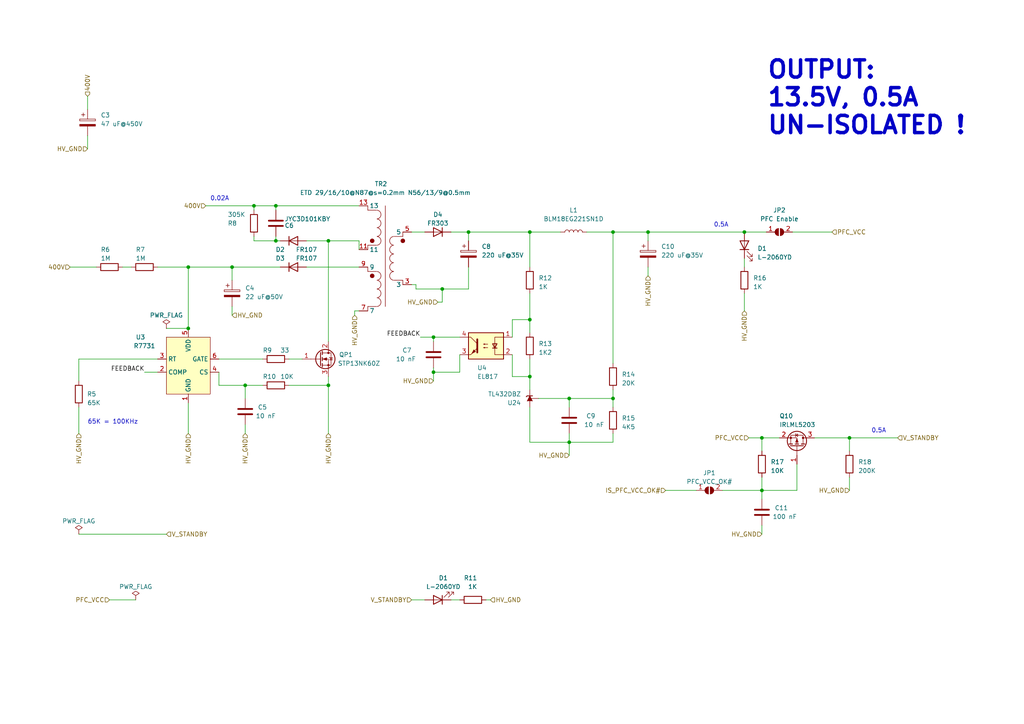
<source format=kicad_sch>
(kicad_sch (version 20230121) (generator eeschema)
  (paper "A4")
  (lib_symbols
    (symbol "Device:C" (pin_numbers hide) (pin_names (offset 0.254))
      (property "Reference" "C" (at 0.635 2.54 0))
      (property "Value" "C" (at 0.635 -2.54 0))
      (symbol "C_0_1"
        (polyline (pts (xy -2.032 -0.762) (xy 2.032 -0.762)) (stroke (width 0.508)))
        (polyline (pts (xy -2.032 0.762) (xy 2.032 0.762)) (stroke (width 0.508)))
      )
      (symbol "C_1_1"
        (pin passive line (at 0 3.81 270) (length 2.794) (name "~") (number "1"))
        (pin passive line (at 0 -3.81 90) (length 2.794) (name "~") (number "2"))
      )
    )
    (symbol "Device:C_Polarized" (pin_numbers hide) (pin_names (offset 0.254))
      (property "Reference" "C" (at 0.635 2.54 0))
      (property "Value" "C_Polarized" (at 0.635 -2.54 0))
      (symbol "C_Polarized_0_1"
        (rectangle (start -2.286 0.508) (end 2.286 1.016))
        (polyline (pts (xy -1.778 2.286) (xy -0.762 2.286)))
        (polyline (pts (xy -1.27 2.794) (xy -1.27 1.778)))
        (rectangle (start 2.286 -0.508) (end -2.286 -1.016) (fill (type outline)))
      )
      (symbol "C_Polarized_1_1"
        (pin passive line (at 0 3.81 270) (length 2.794) (name "~") (number "1"))
        (pin passive line (at 0 -3.81 90) (length 2.794) (name "~") (number "2"))
      )
    )
    (symbol "Device:D" (pin_numbers hide) (pin_names (offset 1.016) hide)
      (property "Reference" "D" (at 0 2.54 0))
      (property "Value" "D" (at 0 -2.54 0))
      (symbol "D_0_1"
        (polyline (pts (xy -1.27 1.27) (xy -1.27 -1.27)) (stroke (width 0.254)))
        (polyline (pts (xy 1.27 0) (xy -1.27 0)))
        (polyline (pts (xy 1.27 1.27) (xy 1.27 -1.27) (xy -1.27 0) (xy 1.27 1.27)) (stroke (width 0.254)))
      )
      (symbol "D_1_1"
        (pin passive line (at -3.81 0 0) (length 2.54) (name "K") (number "1"))
        (pin passive line (at 3.81 0 180) (length 2.54) (name "A") (number "2"))
      )
    )
    (symbol "Device:L" (pin_numbers hide) (pin_names (offset 1.016) hide)
      (property "Reference" "L" (at -1.27 0 90))
      (property "Value" "L" (at 1.905 0 90))
      (symbol "L_0_1"
        (arc (start 0 -2.54) (mid 0.6323 -1.905) (end 0 -1.27))
        (arc (start 0 -1.27) (mid 0.6323 -0.635) (end 0 0))
        (arc (start 0 0) (mid 0.6323 0.635) (end 0 1.27))
        (arc (start 0 1.27) (mid 0.6323 1.905) (end 0 2.54))
      )
      (symbol "L_1_1"
        (pin passive line (at 0 3.81 270) (length 1.27) (name "1") (number "1"))
        (pin passive line (at 0 -3.81 90) (length 1.27) (name "2") (number "2"))
      )
    )
    (symbol "Device:LED" (pin_numbers hide) (pin_names (offset 1.016) hide)
      (property "Reference" "D" (at 0 2.54 0))
      (property "Value" "LED" (at 0 -2.54 0))
      (symbol "LED_0_1"
        (polyline (pts (xy -1.27 -1.27) (xy -1.27 1.27)) (stroke (width 0.254)))
        (polyline (pts (xy -1.27 0) (xy 1.27 0)))
        (polyline (pts (xy 1.27 -1.27) (xy 1.27 1.27) (xy -1.27 0) (xy 1.27 -1.27)) (stroke (width 0.254)))
        (polyline (pts (xy -3.048 -0.762) (xy -4.572 -2.286) (xy -3.81 -2.286) (xy -4.572 -2.286) (xy -4.572 -1.524)))
        (polyline (pts (xy -1.778 -0.762) (xy -3.302 -2.286) (xy -2.54 -2.286) (xy -3.302 -2.286) (xy -3.302 -1.524)))
      )
      (symbol "LED_1_1"
        (pin passive line (at -3.81 0 0) (length 2.54) (name "K") (number "1"))
        (pin passive line (at 3.81 0 180) (length 2.54) (name "A") (number "2"))
      )
    )
    (symbol "Device:Q_NMOS_GDS" (pin_names (offset 0) hide)
      (property "Reference" "Q" (at 5.08 1.27 0))
      (property "Value" "Q_NMOS_GDS" (at 5.08 -1.27 0))
      (symbol "Q_NMOS_GDS_0_1"
        (polyline (pts (xy 0.254 0) (xy -2.54 0)))
        (polyline (pts (xy 0.254 1.905) (xy 0.254 -1.905)) (stroke (width 0.254)))
        (polyline (pts (xy 0.762 -1.27) (xy 0.762 -2.286)) (stroke (width 0.254)))
        (polyline (pts (xy 0.762 0.508) (xy 0.762 -0.508)) (stroke (width 0.254)))
        (polyline (pts (xy 0.762 2.286) (xy 0.762 1.27)) (stroke (width 0.254)))
        (polyline (pts (xy 2.54 2.54) (xy 2.54 1.778)))
        (polyline (pts (xy 2.54 -2.54) (xy 2.54 0) (xy 0.762 0)))
        (polyline (pts (xy 0.762 -1.778) (xy 3.302 -1.778) (xy 3.302 1.778) (xy 0.762 1.778)))
        (polyline (pts (xy 1.016 0) (xy 2.032 0.381) (xy 2.032 -0.381) (xy 1.016 0)) (fill (type outline)))
        (polyline (pts (xy 2.794 0.508) (xy 2.921 0.381) (xy 3.683 0.381) (xy 3.81 0.254)))
        (polyline (pts (xy 3.302 0.381) (xy 2.921 -0.254) (xy 3.683 -0.254) (xy 3.302 0.381)))
        (circle (center 1.651 0) (radius 2.794) (stroke (width 0.254)))
        (circle (center 2.54 -1.778) (radius 0.254) (fill (type outline)))
        (circle (center 2.54 1.778) (radius 0.254) (fill (type outline)))
      )
      (symbol "Q_NMOS_GDS_1_1"
        (pin input line (at -5.08 0 0) (length 2.54) (name "G") (number "1"))
        (pin passive line (at 2.54 5.08 270) (length 2.54) (name "D") (number "2"))
        (pin passive line (at 2.54 -5.08 90) (length 2.54) (name "S") (number "3"))
      )
    )
    (symbol "Device:R" (pin_numbers hide) (pin_names (offset 0))
      (property "Reference" "R" (at 2.032 0 90))
      (property "Value" "R" (at 0 0 90))
      (symbol "R_0_1"
        (rectangle (start -1.016 -2.54) (end 1.016 2.54) (stroke (width 0.254)))
      )
      (symbol "R_1_1"
        (pin passive line (at 0 3.81 270) (length 1.27) (name "~") (number "1"))
        (pin passive line (at 0 -3.81 90) (length 1.27) (name "~") (number "2"))
      )
    )
    (symbol "Isolator:EL817" (pin_names (offset 1.016))
      (property "Reference" "U" (at -5.08 5.08 0))
      (property "Value" "EL817" (at 0 5.08 0))
      (symbol "EL817_0_1"
        (rectangle (start -5.08 3.81) (end 5.08 -3.81) (stroke (width 0.254)) (fill (type background)))
        (polyline (pts (xy -3.175 -0.635) (xy -1.905 -0.635)) (stroke (width 0.254)))
        (polyline (pts (xy 2.54 0.635) (xy 4.445 2.54)))
        (polyline (pts (xy 4.445 -2.54) (xy 2.54 -0.635)) (fill (type outline)))
        (polyline (pts (xy 4.445 -2.54) (xy 5.08 -2.54)))
        (polyline (pts (xy 4.445 2.54) (xy 5.08 2.54)))
        (polyline (pts (xy -5.08 2.54) (xy -2.54 2.54) (xy -2.54 -0.635)))
        (polyline (pts (xy -2.54 -0.635) (xy -2.54 -2.54) (xy -5.08 -2.54)))
        (polyline (pts (xy 2.54 1.905) (xy 2.54 -1.905) (xy 2.54 -1.905)) (stroke (width 0.508)))
        (polyline (pts (xy -2.54 -0.635) (xy -3.175 0.635) (xy -1.905 0.635) (xy -2.54 -0.635)) (stroke (width 0.254)))
        (polyline (pts (xy -0.508 -0.508) (xy 0.762 -0.508) (xy 0.381 -0.635) (xy 0.381 -0.381) (xy 0.762 -0.508)))
        (polyline (pts (xy -0.508 0.508) (xy 0.762 0.508) (xy 0.381 0.381) (xy 0.381 0.635) (xy 0.762 0.508)))
        (polyline (pts (xy 3.048 -1.651) (xy 3.556 -1.143) (xy 4.064 -2.159) (xy 3.048 -1.651) (xy 3.048 -1.651)) (fill (type outline)))
      )
      (symbol "EL817_1_1"
        (pin passive line (at -7.62 2.54 0) (length 2.54) (name "~") (number "1"))
        (pin passive line (at -7.62 -2.54 0) (length 2.54) (name "~") (number "2"))
        (pin passive line (at 7.62 -2.54 180) (length 2.54) (name "~") (number "3"))
        (pin passive line (at 7.62 2.54 180) (length 2.54) (name "~") (number "4"))
      )
    )
    (symbol "Jumper:SolderJumper_2_Open" (pin_names (offset 0) hide)
      (property "Reference" "JP" (at 0 2.032 0))
      (property "Value" "SolderJumper_2_Open" (at 0 -2.54 0))
      (symbol "SolderJumper_2_Open_0_1"
        (arc (start -0.254 1.016) (mid -1.2656 0) (end -0.254 -1.016))
        (arc (start -0.254 1.016) (mid -1.2656 0) (end -0.254 -1.016) (fill (type outline)))
        (polyline (pts (xy -0.254 1.016) (xy -0.254 -1.016)))
        (polyline (pts (xy 0.254 1.016) (xy 0.254 -1.016)))
        (arc (start 0.254 -1.016) (mid 1.2656 0) (end 0.254 1.016))
        (arc (start 0.254 -1.016) (mid 1.2656 0) (end 0.254 1.016) (fill (type outline)))
      )
      (symbol "SolderJumper_2_Open_1_1"
        (pin passive line (at -3.81 0 0) (length 2.54) (name "A") (number "1"))
        (pin passive line (at 3.81 0 180) (length 2.54) (name "B") (number "2"))
      )
    )
    (symbol "My_Library:R7731"
      (property "Reference" "U" (at 0 0 0))
      (symbol "R7731_1_1"
        (rectangle (start -6.35 6.35) (end 6.35 -10.16) (fill (type background)))
        (pin power_in line (at 0 -12.7 90) (length 2.54) (name "GND") (number "1"))
        (pin bidirectional line (at -8.89 -3.81 0) (length 2.54) (name "COMP") (number "2"))
        (pin bidirectional line (at -8.89 0 0) (length 2.54) (name "RT") (number "3"))
        (pin bidirectional line (at 8.89 -3.81 180) (length 2.54) (name "CS") (number "4"))
        (pin power_in line (at 0 8.89 270) (length 2.54) (name "VDD") (number "5"))
        (pin output line (at 8.89 0 180) (length 2.54) (name "GATE") (number "6"))
      )
    )
    (symbol "My_Library:TR_3x1-7+7"
      (property "Reference" "TR" (at 10.16 -13.716 0))
      (symbol "TR_3x1-7+7_0_1"
        (arc (start -2.3795 -13.97) (mid -1.2599 -12.7) (end -2.3795 -11.43))
        (arc (start -2.3795 -11.43) (mid -1.2599 -10.16) (end -2.3795 -8.89))
        (arc (start -2.3795 -8.89) (mid -1.2599 -7.62) (end -2.3795 -6.35))
        (arc (start -2.3795 -6.35) (mid -1.2599 -5.08) (end -2.3795 -3.81))
        (arc (start -2.3795 3.81) (mid -1.2599 5.08) (end -2.3795 6.35))
        (arc (start -2.3795 6.35) (mid -1.2599 7.62) (end -2.3795 8.89))
        (arc (start -2.3795 8.89) (mid -1.2599 10.16) (end -2.3795 11.43))
        (arc (start -2.3795 11.43) (mid -1.2599 12.7) (end -2.3795 13.97))
        (polyline (pts (xy -5.08 -15.24) (xy -5.08 -13.97)))
        (polyline (pts (xy -5.08 -13.97) (xy -2.54 -13.97)))
        (polyline (pts (xy -5.08 -3.81) (xy -5.08 -2.54)))
        (polyline (pts (xy -5.08 -3.81) (xy -2.54 -3.81)))
        (polyline (pts (xy -5.08 2.54) (xy -5.08 3.81)))
        (polyline (pts (xy -5.08 3.81) (xy -2.54 3.81)))
        (polyline (pts (xy -5.08 13.97) (xy -5.08 15.24)))
        (polyline (pts (xy -5.08 13.97) (xy -2.54 13.97)))
        (polyline (pts (xy 0 15.24) (xy 0 -13.97)))
        (polyline (pts (xy 5.08 -7.62) (xy 5.08 -6.35)))
        (polyline (pts (xy 5.08 -6.35) (xy 2.54 -6.35)))
        (polyline (pts (xy 5.08 6.35) (xy 2.54 6.35)))
        (polyline (pts (xy 5.08 6.35) (xy 5.08 7.62)))
        (arc (start 2.3795 -3.81) (mid 1.2599 -5.08) (end 2.3795 -6.35))
        (arc (start 2.3795 -1.27) (mid 1.2599 -2.54) (end 2.3795 -3.81))
        (arc (start 2.3795 1.27) (mid 1.2599 0) (end 2.3795 -1.27))
        (arc (start 2.3795 3.81) (mid 1.2599 2.54) (end 2.3795 1.27))
        (arc (start 2.3795 6.35) (mid 1.2599 5.08) (end 2.3795 3.81))
      )
      (symbol "TR_3x1-7+7_1_1"
        (circle (center -3.81 -5.08) (radius 0.568) (fill (type outline)))
        (circle (center -3.81 5.08) (radius 0.568) (fill (type outline)))
        (circle (center 5.08 5.08) (radius 0.568) (fill (type outline)))
        (pin bidirectional line (at -7.62 2.54 0) (length 2.54) (name "11") (number "11"))
        (pin bidirectional line (at -7.62 15.24 0) (length 2.54) (name "13") (number "13"))
        (pin bidirectional line (at 7.62 -7.62 180) (length 2.54) (name "3") (number "3"))
        (pin bidirectional line (at 7.62 7.62 180) (length 2.54) (name "5") (number "5"))
        (pin bidirectional line (at -7.62 -15.24 0) (length 2.54) (name "7") (number "7"))
        (pin bidirectional line (at -7.62 -2.54 0) (length 2.54) (name "9") (number "9"))
      )
    )
    (symbol "Reference_Voltage:TL432DBZ" (pin_numbers hide) (pin_names hide)
      (property "Reference" "U" (at -2.54 2.54 0))
      (property "Value" "TL432DBZ" (at 0 -2.54 0))
      (symbol "TL432DBZ_0_1"
        (polyline (pts (xy -1.27 0) (xy 0 0) (xy 1.27 0)))
        (polyline (pts (xy -0.762 0.762) (xy 0.762 0) (xy -0.762 -0.762)) (fill (type outline)))
        (polyline (pts (xy 0.508 -1.016) (xy 0.762 -0.762) (xy 0.762 0.762) (xy 0.762 0.762)) (stroke (width 0.254)))
      )
      (symbol "TL432DBZ_1_1"
        (pin passive line (at 0 2.54 270) (length 2.54) (name "REF") (number "1"))
        (pin passive line (at 2.54 0 180) (length 1.27) (name "K") (number "2"))
        (pin passive line (at -2.54 0 0) (length 1.27) (name "A") (number "3"))
      )
    )
    (symbol "Transistor_FET:IRLML5203" (pin_names hide)
      (property "Reference" "Q" (at 5.08 1.905 0))
      (property "Value" "IRLML5203" (at 5.08 0 0))
      (symbol "IRLML5203_0_1"
        (polyline (pts (xy 0.254 0) (xy -2.54 0)))
        (polyline (pts (xy 0.254 1.905) (xy 0.254 -1.905)) (stroke (width 0.254)))
        (polyline (pts (xy 0.762 -1.27) (xy 0.762 -2.286)) (stroke (width 0.254)))
        (polyline (pts (xy 0.762 0.508) (xy 0.762 -0.508)) (stroke (width 0.254)))
        (polyline (pts (xy 0.762 2.286) (xy 0.762 1.27)) (stroke (width 0.254)))
        (polyline (pts (xy 2.54 2.54) (xy 2.54 1.778)))
        (polyline (pts (xy 2.54 -2.54) (xy 2.54 0) (xy 0.762 0)))
        (polyline (pts (xy 0.762 1.778) (xy 3.302 1.778) (xy 3.302 -1.778) (xy 0.762 -1.778)))
        (polyline (pts (xy 2.286 0) (xy 1.27 0.381) (xy 1.27 -0.381) (xy 2.286 0)) (fill (type outline)))
        (polyline (pts (xy 2.794 -0.508) (xy 2.921 -0.381) (xy 3.683 -0.381) (xy 3.81 -0.254)))
        (polyline (pts (xy 3.302 -0.381) (xy 2.921 0.254) (xy 3.683 0.254) (xy 3.302 -0.381)))
        (circle (center 1.651 0) (radius 2.794) (stroke (width 0.254)))
        (circle (center 2.54 -1.778) (radius 0.254) (fill (type outline)))
        (circle (center 2.54 1.778) (radius 0.254) (fill (type outline)))
      )
      (symbol "IRLML5203_1_1"
        (pin input line (at -5.08 0 0) (length 2.54) (name "G") (number "1"))
        (pin passive line (at 2.54 -5.08 90) (length 2.54) (name "S") (number "2"))
        (pin passive line (at 2.54 5.08 270) (length 2.54) (name "D") (number "3"))
      )
    )
    (symbol "power:PWR_FLAG" (power) (pin_numbers hide) (pin_names (offset 0) hide)
      (property "Value" "PWR_FLAG" (at 0 3.81 0))
      (symbol "PWR_FLAG_0_0"
        (pin power_out line (at 0 0 90) (length 0) (name "pwr") (number "1"))
      )
      (symbol "PWR_FLAG_0_1"
        (polyline (pts (xy 0 0) (xy 0 1.27) (xy -1.016 1.905) (xy 0 2.54) (xy 1.016 1.905) (xy 0 1.27)))
      )
    )
  )
  (junction (at 125.73 97.79))
  (junction (at 71.12 111.76))
  (junction (at 67.31 77.47))
  (junction (at 95.25 111.76))
  (junction (at 220.98 127))
  (junction (at 153.67 109.22))
  (junction (at 153.67 92.71))
  (junction (at 54.61 95.25))
  (junction (at 95.25 69.85))
  (junction (at 125.73 107.95))
  (junction (at 246.38 127))
  (junction (at 177.8 67.31))
  (junction (at 128.27 83.82))
  (junction (at 80.01 69.85))
  (junction (at 215.9 67.31))
  (junction (at 165.1 128.27))
  (junction (at 187.96 67.31))
  (junction (at 220.98 142.24))
  (junction (at 165.1 115.57))
  (junction (at 177.8 115.57))
  (junction (at 80.01 59.69))
  (junction (at 73.66 59.69))
  (junction (at 54.61 77.47))
  (junction (at 153.67 67.31))
  (junction (at 135.89 67.31))
  (wire (pts (xy 231.14 142.24) (xy 231.14 134.62)))
  (wire (pts (xy 63.5 111.76) (xy 71.12 111.76)))
  (wire (pts (xy 165.1 115.57) (xy 165.1 118.11)))
  (wire (pts (xy 80.01 68.58) (xy 80.01 69.85)))
  (wire (pts (xy 246.38 127) (xy 260.35 127)))
  (wire (pts (xy 125.73 107.95) (xy 133.35 107.95)))
  (wire (pts (xy 177.8 128.27) (xy 177.8 125.73)))
  (wire (pts (xy 220.98 152.4) (xy 220.98 154.94)))
  (wire (pts (xy 104.14 69.85) (xy 95.25 69.85)))
  (wire (pts (xy 71.12 111.76) (xy 71.12 115.57)))
  (wire (pts (xy 95.25 109.22) (xy 95.25 111.76)))
  (wire (pts (xy 22.86 118.11) (xy 22.86 125.73)))
  (wire (pts (xy 80.01 69.85) (xy 73.66 69.85)))
  (wire (pts (xy 102.87 90.17) (xy 104.14 90.17)))
  (wire (pts (xy 236.22 127) (xy 246.38 127)))
  (wire (pts (xy 125.73 99.06) (xy 125.73 97.79)))
  (wire (pts (xy 156.21 115.57) (xy 165.1 115.57)))
  (wire (pts (xy 119.38 67.31) (xy 123.19 67.31)))
  (wire (pts (xy 177.8 115.57) (xy 177.8 118.11)))
  (wire (pts (xy 119.38 82.55) (xy 120.65 82.55)))
  (wire (pts (xy 63.5 107.95) (xy 63.5 111.76)))
  (wire (pts (xy 153.67 109.22) (xy 153.67 113.03)))
  (wire (pts (xy 102.87 90.17) (xy 102.87 91.44)))
  (wire (pts (xy 25.4 39.37) (xy 25.4 43.18)))
  (wire (pts (xy 128.27 87.63) (xy 128.27 83.82)))
  (wire (pts (xy 54.61 116.84) (xy 54.61 125.73)))
  (wire (pts (xy 73.66 59.69) (xy 80.01 59.69)))
  (wire (pts (xy 148.59 92.71) (xy 153.67 92.71)))
  (wire (pts (xy 153.67 85.09) (xy 153.67 92.71)))
  (wire (pts (xy 22.86 154.94) (xy 48.26 154.94)))
  (wire (pts (xy 71.12 111.76) (xy 76.2 111.76)))
  (wire (pts (xy 81.28 69.85) (xy 80.01 69.85)))
  (wire (pts (xy 246.38 138.43) (xy 246.38 142.24)))
  (wire (pts (xy 67.31 77.47) (xy 67.31 81.28)))
  (wire (pts (xy 148.59 92.71) (xy 148.59 97.79)))
  (wire (pts (xy 83.82 104.14) (xy 87.63 104.14)))
  (wire (pts (xy 104.14 72.39) (xy 104.14 69.85)))
  (wire (pts (xy 22.86 110.49) (xy 22.86 104.14)))
  (wire (pts (xy 120.65 82.55) (xy 120.65 83.82)))
  (wire (pts (xy 215.9 85.09) (xy 215.9 90.17)))
  (wire (pts (xy 83.82 111.76) (xy 95.25 111.76)))
  (wire (pts (xy 67.31 77.47) (xy 81.28 77.47)))
  (wire (pts (xy 187.96 77.47) (xy 187.96 80.01)))
  (wire (pts (xy 127 87.63) (xy 128.27 87.63)))
  (wire (pts (xy 153.67 128.27) (xy 165.1 128.27)))
  (wire (pts (xy 54.61 77.47) (xy 54.61 95.25)))
  (wire (pts (xy 80.01 60.96) (xy 80.01 59.69)))
  (wire (pts (xy 177.8 67.31) (xy 187.96 67.31)))
  (wire (pts (xy 140.97 173.99) (xy 142.24 173.99)))
  (wire (pts (xy 153.67 67.31) (xy 153.67 77.47)))
  (wire (pts (xy 220.98 127) (xy 220.98 130.81)))
  (wire (pts (xy 187.96 67.31) (xy 215.9 67.31)))
  (wire (pts (xy 135.89 67.31) (xy 135.89 69.85)))
  (wire (pts (xy 215.9 74.93) (xy 215.9 77.47)))
  (wire (pts (xy 220.98 142.24) (xy 231.14 142.24)))
  (wire (pts (xy 229.87 67.31) (xy 241.3 67.31)))
  (wire (pts (xy 135.89 77.47) (xy 135.89 83.82)))
  (wire (pts (xy 45.72 77.47) (xy 54.61 77.47)))
  (wire (pts (xy 177.8 113.03) (xy 177.8 115.57)))
  (wire (pts (xy 35.56 77.47) (xy 38.1 77.47)))
  (wire (pts (xy 177.8 67.31) (xy 177.8 105.41)))
  (wire (pts (xy 119.38 173.99) (xy 123.19 173.99)))
  (wire (pts (xy 187.96 69.85) (xy 187.96 67.31)))
  (wire (pts (xy 41.91 107.95) (xy 45.72 107.95)))
  (wire (pts (xy 246.38 127) (xy 246.38 130.81)))
  (wire (pts (xy 71.12 123.19) (xy 71.12 125.73)))
  (wire (pts (xy 128.27 83.82) (xy 135.89 83.82)))
  (wire (pts (xy 153.67 92.71) (xy 153.67 96.52)))
  (wire (pts (xy 25.4 27.94) (xy 25.4 31.75)))
  (wire (pts (xy 153.67 104.14) (xy 153.67 109.22)))
  (wire (pts (xy 220.98 142.24) (xy 220.98 144.78)))
  (wire (pts (xy 165.1 115.57) (xy 177.8 115.57)))
  (wire (pts (xy 31.75 173.99) (xy 39.37 173.99)))
  (wire (pts (xy 153.67 128.27) (xy 153.67 118.11)))
  (wire (pts (xy 193.04 142.24) (xy 201.93 142.24)))
  (wire (pts (xy 59.69 59.69) (xy 73.66 59.69)))
  (wire (pts (xy 130.81 67.31) (xy 135.89 67.31)))
  (wire (pts (xy 88.9 77.47) (xy 104.14 77.47)))
  (wire (pts (xy 165.1 128.27) (xy 177.8 128.27)))
  (wire (pts (xy 215.9 67.31) (xy 222.25 67.31)))
  (wire (pts (xy 67.31 88.9) (xy 67.31 91.44)))
  (wire (pts (xy 120.65 83.82) (xy 128.27 83.82)))
  (wire (pts (xy 22.86 104.14) (xy 45.72 104.14)))
  (wire (pts (xy 73.66 69.85) (xy 73.66 68.58)))
  (wire (pts (xy 135.89 67.31) (xy 153.67 67.31)))
  (wire (pts (xy 88.9 69.85) (xy 95.25 69.85)))
  (wire (pts (xy 130.81 173.99) (xy 133.35 173.99)))
  (wire (pts (xy 125.73 97.79) (xy 133.35 97.79)))
  (wire (pts (xy 63.5 104.14) (xy 76.2 104.14)))
  (wire (pts (xy 95.25 111.76) (xy 95.25 125.73)))
  (wire (pts (xy 133.35 102.87) (xy 133.35 107.95)))
  (wire (pts (xy 165.1 128.27) (xy 165.1 132.08)))
  (wire (pts (xy 54.61 77.47) (xy 67.31 77.47)))
  (wire (pts (xy 73.66 60.96) (xy 73.66 59.69)))
  (wire (pts (xy 209.55 142.24) (xy 220.98 142.24)))
  (wire (pts (xy 20.32 77.47) (xy 27.94 77.47)))
  (wire (pts (xy 121.92 97.79) (xy 125.73 97.79)))
  (wire (pts (xy 153.67 67.31) (xy 162.56 67.31)))
  (wire (pts (xy 220.98 138.43) (xy 220.98 142.24)))
  (wire (pts (xy 148.59 109.22) (xy 148.59 102.87)))
  (wire (pts (xy 217.17 127) (xy 220.98 127)))
  (wire (pts (xy 125.73 110.49) (xy 125.73 107.95)))
  (wire (pts (xy 95.25 69.85) (xy 95.25 99.06)))
  (wire (pts (xy 125.73 106.68) (xy 125.73 107.95)))
  (wire (pts (xy 48.26 95.25) (xy 54.61 95.25)))
  (wire (pts (xy 80.01 59.69) (xy 104.14 59.69)))
  (wire (pts (xy 170.18 67.31) (xy 177.8 67.31)))
  (wire (pts (xy 165.1 125.73) (xy 165.1 128.27)))
  (wire (pts (xy 220.98 127) (xy 226.06 127)))
  (wire (pts (xy 148.59 109.22) (xy 153.67 109.22)))
  (text "0.5A" (at 252.73 125.73 0) (effects (font (size 1.27 1.27)) (justify left bottom)))
  (text "OUTPUT:\n13.5V, 0.5A\nUN-ISOLATED !" (at 222.25 39.37 0) (effects (font (size 5 5) (thickness 1) bold) (justify left bottom)))
  (text "0.5A" (at 207.01 66.04 0) (effects (font (size 1.27 1.27)) (justify left bottom)))
  (text "65K = 100KHz" (at 25.4 123.19 0) (effects (font (size 1.27 1.27)) (justify left bottom)))
  (text "0.02A" (at 60.96 58.42 0) (effects (font (size 1.27 1.27)) (justify left bottom)))
  (label "FEEDBACK" (at 41.91 107.95 180))
  (label "FEEDBACK" (at 121.92 97.79 180))
  (hierarchical_label "HV_GND" (shape input) (at 54.61 125.73 270))
  (hierarchical_label "HV_GND" (shape input) (at 125.73 110.49 180))
  (hierarchical_label "HV_GND" (shape input) (at 220.98 154.94 180))
  (hierarchical_label "HV_GND" (shape input) (at 187.96 80.01 270))
  (hierarchical_label "400V" (shape input) (at 20.32 77.47 180))
  (hierarchical_label "HV_GND" (shape input) (at 142.24 173.99 0))
  (hierarchical_label "V_STANDBY" (shape input) (at 48.26 154.94 0))
  (hierarchical_label "HV_GND" (shape input) (at 71.12 125.73 270))
  (hierarchical_label "HV_GND" (shape input) (at 95.25 125.73 270))
  (hierarchical_label "HV_GND" (shape input) (at 215.9 90.17 270))
  (hierarchical_label "HV_GND" (shape input) (at 67.31 91.44 0))
  (hierarchical_label "HV_GND" (shape input) (at 25.4 43.18 180))
  (hierarchical_label "IS_PFC_VCC_OK#" (shape input) (at 193.04 142.24 180))
  (hierarchical_label "HV_GND" (shape input) (at 127 87.63 180))
  (hierarchical_label "HV_GND" (shape input) (at 165.1 132.08 180))
  (hierarchical_label "400V" (shape input) (at 25.4 27.94 90))
  (hierarchical_label "V_STANDBY" (shape input) (at 119.38 173.99 180))
  (hierarchical_label "400V" (shape input) (at 59.69 59.69 180))
  (hierarchical_label "HV_GND" (shape input) (at 22.86 125.73 270))
  (hierarchical_label "PFC_VCC" (shape input) (at 31.75 173.99 180))
  (hierarchical_label "HV_GND" (shape input) (at 102.87 91.44 270))
  (hierarchical_label "HV_GND" (shape input) (at 246.38 142.24 180))
  (hierarchical_label "V_STANDBY" (shape input) (at 260.35 127 0))
  (hierarchical_label "PFC_VCC" (shape input) (at 217.17 127 180))
  (hierarchical_label "PFC_VCC" (shape input) (at 241.3 67.31 0))
  (symbol (lib_id "Jumper:SolderJumper_2_Open") (at 205.74 142.24 0) (unit 1)
    (property "Reference" "JP1" (at 205.74 137.16 0))
    (property "Value" "PFC_VCC_OK#" (at 205.74 139.7 0))
    (property "Footprint" "Jumper:SolderJumper-2_P1.3mm_Open_TrianglePad1.0x1.5mm" (effects hide))
  )
  (symbol (lib_id "Device:D") (at 85.09 77.47 0) (unit 1)
    (property "Reference" "D3" (at 81.28 74.93 0))
    (property "Value" "FR107" (at 88.9 74.93 0))
    (property "Footprint" "Diode_THT:D_DO-41_SOD81_P7.62mm_Horizontal" (effects hide))
    (property "Sim.Device" "D" (effects hide))
    (property "Sim.Pins" "1=K 2=A" (effects hide))
  )
  (symbol (lib_id "Device:R") (at 246.38 134.62 180) (unit 1)
    (property "Reference" "R18" (at 248.92 133.985 0) (effects (justify right)))
    (property "Value" "200K" (at 248.92 136.525 0) (effects (justify right)))
    (property "Footprint" "Resistor_SMD:R_0805_2012Metric" (effects hide))
  )
  (symbol (lib_id "Device:C") (at 165.1 121.92 180) (unit 1)
    (property "Reference" "C9" (at 172.72 120.65 0) (effects (justify left)))
    (property "Value" "10 nF" (at 175.26 123.19 0) (effects (justify left)))
    (property "Footprint" "Capacitor_SMD:C_0603_1608Metric" (effects hide))
  )
  (symbol (lib_id "Device:C_Polarized") (at 25.4 35.56 0) (unit 1)
    (property "Reference" "C3" (at 29.21 33.401 0) (effects (justify left)))
    (property "Value" "47 uF@450V" (at 29.21 35.941 0) (effects (justify left)))
    (property "Footprint" "Capacitor_THT:CP_Radial_D16.0mm_P7.50mm" (effects hide))
  )
  (symbol (lib_id "power:PWR_FLAG") (at 48.26 95.25 0) (unit 1)
    (property "Reference" "#FLG07" (effects hide))
    (property "Value" "PWR_FLAG" (at 48.26 91.44 0))
  )
  (symbol (lib_id "Jumper:SolderJumper_2_Open") (at 226.06 67.31 0) (unit 1)
    (property "Reference" "JP2" (at 226.06 60.96 0))
    (property "Value" "PFC Enable" (at 226.06 63.5 0))
    (property "Footprint" "Jumper:SolderJumper-2_P1.3mm_Open_TrianglePad1.0x1.5mm" (effects hide))
  )
  (symbol (lib_id "Device:R") (at 220.98 134.62 180) (unit 1)
    (property "Reference" "R17" (at 223.52 133.985 0) (effects (justify right)))
    (property "Value" "10K" (at 223.52 136.525 0) (effects (justify right)))
    (property "Footprint" "Resistor_SMD:R_0805_2012Metric" (effects hide))
  )
  (symbol (lib_id "Device:C") (at 125.73 102.87 180) (unit 1)
    (property "Reference" "C7" (at 119.38 101.6 0) (effects (justify left)))
    (property "Value" "10 nF" (at 120.65 104.14 0) (effects (justify left)))
    (property "Footprint" "Capacitor_SMD:C_0603_1608Metric" (effects hide))
  )
  (symbol (lib_id "Device:R") (at 80.01 104.14 270) (unit 1)
    (property "Reference" "R9" (at 76.2 101.6 90) (effects (justify left)))
    (property "Value" "33" (at 81.28 101.6 90) (effects (justify left)))
    (property "Footprint" "Resistor_SMD:R_0805_2012Metric" (effects hide))
  )
  (symbol (lib_id "Device:C") (at 80.01 64.77 0) (mirror x) (unit 1)
    (property "Reference" "C6" (at 82.55 65.405 0) (effects (justify left)))
    (property "Value" "JYC3D101KBY" (at 82.55 63.5 0) (effects (justify left)))
    (property "Footprint" "Capacitor_THT:C_Disc_D7.0mm_W2.5mm_P5.00mm" (effects hide))
  )
  (symbol (lib_id "Device:C_Polarized") (at 187.96 73.66 0) (unit 1)
    (property "Reference" "C10" (at 191.77 71.501 0) (effects (justify left)))
    (property "Value" "220 uF@35V" (at 191.77 74.041 0) (effects (justify left)))
    (property "Footprint" "Capacitor_THT:CP_Radial_D8.0mm_P3.50mm" (effects hide))
  )
  (symbol (lib_id "Device:R") (at 41.91 77.47 270) (unit 1)
    (property "Reference" "R7" (at 39.37 72.39 90) (effects (justify left)))
    (property "Value" "1M" (at 39.37 74.93 90) (effects (justify left)))
    (property "Footprint" "Resistor_THT:R_Axial_DIN0207_L6.3mm_D2.5mm_P7.62mm_Horizontal" (effects hide))
  )
  (symbol (lib_id "Device:D") (at 85.09 69.85 0) (mirror x) (unit 1)
    (property "Reference" "D2" (at 81.28 72.39 0))
    (property "Value" "FR107" (at 88.9 72.39 0))
    (property "Footprint" "Diode_THT:D_DO-41_SOD81_P7.62mm_Horizontal" (effects hide))
    (property "Sim.Device" "D" (effects hide))
    (property "Sim.Pins" "1=K 2=A" (effects hide))
  )
  (symbol (lib_id "Device:LED") (at 127 173.99 180) (unit 1)
    (property "Reference" "D1" (at 128.5875 167.64 0))
    (property "Value" "L-2060YD" (at 128.5875 170.18 0))
    (property "Footprint" "LED_THT:LED_D1.8mm_W3.3mm_H2.4mm" (effects hide))
    (instances (project "supply" (path "" (reference "D1") (unit 1)) (path "" (reference "D5") (unit 1))))
  )
  (symbol (lib_id "Device:R") (at 153.67 100.33 180) (unit 1)
    (property "Reference" "R13" (at 156.21 99.695 0) (effects (justify right)))
    (property "Value" "1K2" (at 156.21 102.235 0) (effects (justify right)))
    (property "Footprint" "Resistor_SMD:R_0805_2012Metric" (effects hide))
  )
  (symbol (lib_id "Device:L") (at 166.37 67.31 90) (unit 1)
    (property "Reference" "L1" (at 166.37 60.96 90))
    (property "Value" "BLM18EG221SN1D" (at 166.37 63.5 90))
    (property "Footprint" "Inductor_SMD:L_0603_1608Metric" (effects hide))
  )
  (symbol (lib_id "Device:R") (at 80.01 111.76 270) (unit 1)
    (property "Reference" "R10" (at 76.2 109.22 90) (effects (justify left)))
    (property "Value" "10K" (at 81.28 109.22 90) (effects (justify left)))
    (property "Footprint" "Resistor_SMD:R_0805_2012Metric" (effects hide))
  )
  (symbol (lib_id "Device:C_Polarized") (at 67.31 85.09 0) (unit 1)
    (property "Reference" "C4" (at 71.12 83.566 0) (effects (justify left)))
    (property "Value" "22 uF@50V" (at 71.12 86.106 0) (effects (justify left)))
    (property "Footprint" "Capacitor_THT:CP_Radial_D5.0mm_P2.00mm" (effects hide))
  )
  (symbol (lib_id "Device:R") (at 153.67 81.28 180) (unit 1)
    (property "Reference" "R12" (at 156.21 80.645 0) (effects (justify right)))
    (property "Value" "1K" (at 156.21 83.185 0) (effects (justify right)))
    (property "Footprint" "Resistor_SMD:R_0805_2012Metric" (effects hide))
  )
  (symbol (lib_id "My_Library:TR_3x1-7+7") (at 111.76 74.93 0) (unit 1)
    (property "Reference" "TR2" (at 110.49 53.34 0))
    (property "Value" "ETD 29/16/10@N87@s=0.2mm N56/13/9@0.5mm" (at 111.76 55.88 0))
    (property "Footprint" "Library:ETD29_7x7_vertical" (effects hide))
  )
  (symbol (lib_id "Transistor_FET:IRLML5203") (at 231.14 129.54 270) (mirror x) (unit 1)
    (property "Reference" "Q10" (at 226.06 120.65 90) (effects (justify left)))
    (property "Value" "IRLML5203" (at 226.06 123.19 90) (effects (justify left)))
    (property "Footprint" "Package_TO_SOT_SMD:SOT-23" (effects hide))
    (property "Datasheet" "https://www.infineon.com/dgdl/irlml5203pbf.pdf?fileId=5546d462533600a40153566868da261d" (effects hide))
    (instances (project "xray" (path "" (reference "Q10") (unit 1))) (project "supply" (path "" (reference "Q10") (unit 1)) (path "" (reference "Q2") (unit 1))))
  )
  (symbol (lib_id "Device:R") (at 137.16 173.99 270) (unit 1)
    (property "Reference" "R11" (at 138.43 167.64 90) (effects (justify right)))
    (property "Value" "1K" (at 138.43 170.18 90) (effects (justify right)))
    (property "Footprint" "Resistor_SMD:R_0805_2012Metric" (effects hide))
  )
  (symbol (lib_id "Device:R") (at 177.8 109.22 180) (unit 1)
    (property "Reference" "R14" (at 180.34 108.585 0) (effects (justify right)))
    (property "Value" "20K" (at 180.34 111.125 0) (effects (justify right)))
    (property "Footprint" "Resistor_SMD:R_0805_2012Metric" (effects hide))
  )
  (symbol (lib_id "Device:Q_NMOS_GDS") (at 92.71 104.14 0) (unit 1)
    (property "Reference" "QP1" (at 100.33 102.87 0))
    (property "Value" "STP13NK60Z" (at 104.14 105.41 0))
    (property "Footprint" "Package_TO_SOT_THT:TO-220-3_Vertical" (effects hide))
    (property "Datasheet" "https://static.chipdip.ru/lib/905/DOC012905018.pdf" (effects hide))
    (instances (project "supply" (path "" (reference "QP1") (unit 1)) (path "" (reference "Q1") (unit 1))))
  )
  (symbol (lib_id "Device:C_Polarized") (at 135.89 73.66 0) (unit 1)
    (property "Reference" "C8" (at 139.7 71.501 0) (effects (justify left)))
    (property "Value" "220 uF@35V" (at 139.7 74.041 0) (effects (justify left)))
    (property "Footprint" "Capacitor_THT:CP_Radial_D8.0mm_P3.50mm" (effects hide))
  )
  (symbol (lib_id "Device:LED") (at 215.9 71.12 90) (unit 1)
    (property "Reference" "D1" (at 219.71 72.0725 90) (effects (justify right)))
    (property "Value" "L-2060YD" (at 219.71 74.6125 90) (effects (justify right)))
    (property "Footprint" "LED_THT:LED_D1.8mm_W3.3mm_H2.4mm" (effects hide))
    (instances (project "supply" (path "" (reference "D1") (unit 1)) (path "" (reference "D6") (unit 1))))
  )
  (symbol (lib_id "Device:C") (at 71.12 119.38 180) (unit 1)
    (property "Reference" "C5" (at 77.47 118.11 0) (effects (justify left)))
    (property "Value" "10 nF" (at 80.01 120.65 0) (effects (justify left)))
    (property "Footprint" "Capacitor_SMD:C_0603_1608Metric" (effects hide))
  )
  (symbol (lib_id "Isolator:EL817") (at 140.97 100.33 0) (mirror y) (unit 1)
    (property "Reference" "U4" (at 138.43 106.68 0) (effects (justify right)))
    (property "Value" "EL817" (at 138.43 109.22 0) (effects (justify right)))
    (property "Footprint" "Package_DIP:DIP-4_W7.62mm" (effects hide))
    (property "Datasheet" "http://www.everlight.com/file/ProductFile/EL817.pdf" (effects hide))
  )
  (symbol (lib_id "Device:R") (at 215.9 81.28 180) (unit 1)
    (property "Reference" "R16" (at 218.44 80.645 0) (effects (justify right)))
    (property "Value" "1K" (at 218.44 83.185 0) (effects (justify right)))
    (property "Footprint" "Resistor_SMD:R_0805_2012Metric" (effects hide))
  )
  (symbol (lib_id "power:PWR_FLAG") (at 39.37 173.99 0) (unit 1)
    (property "Reference" "#FLG06" (effects hide))
    (property "Value" "PWR_FLAG" (at 39.37 170.18 0))
  )
  (symbol (lib_id "Device:R") (at 31.75 77.47 270) (unit 1)
    (property "Reference" "R6" (at 29.21 72.39 90) (effects (justify left)))
    (property "Value" "1M" (at 29.21 74.93 90) (effects (justify left)))
    (property "Footprint" "Resistor_THT:R_Axial_DIN0207_L6.3mm_D2.5mm_P7.62mm_Horizontal" (effects hide))
  )
  (symbol (lib_id "Device:D") (at 127 67.31 180) (unit 1)
    (property "Reference" "D4" (at 127 62.23 0))
    (property "Value" "FR303" (at 127 64.77 0))
    (property "Footprint" "Diode_THT:D_DO-201AD_P3.81mm_Vertical_AnodeUp" (effects hide))
    (property "Sim.Device" "D" (effects hide))
    (property "Sim.Pins" "1=K 2=A" (effects hide))
  )
  (symbol (lib_id "Reference_Voltage:TL432DBZ") (at 153.67 115.57 270) (mirror x) (unit 1)
    (property "Reference" "U24" (at 151.13 116.84 90) (effects (justify right)))
    (property "Value" "TL432DBZ" (at 151.13 114.3 90) (effects (justify right)))
    (property "Footprint" "Package_TO_SOT_SMD:SOT-23-3" (effects hide))
    (property "Datasheet" "http://www.ti.com/lit/ds/symlink/tl431.pdf" (effects hide))
    (instances (project "supply" (path "" (reference "U24") (unit 1)) (path "" (reference "U5") (unit 1))))
  )
  (symbol (lib_id "power:PWR_FLAG") (at 22.86 154.94 0) (unit 1)
    (property "Reference" "#FLG05" (effects hide))
    (property "Value" "PWR_FLAG" (at 22.86 151.13 0))
  )
  (symbol (lib_id "Device:R") (at 22.86 114.3 180) (unit 1)
    (property "Reference" "R5" (at 27.94 114.3 0) (effects (justify left)))
    (property "Value" "65K" (at 29.21 116.84 0) (effects (justify left)))
    (property "Footprint" "Resistor_SMD:R_0805_2012Metric" (effects hide))
  )
  (symbol (lib_id "Device:R") (at 177.8 121.92 180) (unit 1)
    (property "Reference" "R15" (at 180.34 121.285 0) (effects (justify right)))
    (property "Value" "4K5" (at 180.34 123.825 0) (effects (justify right)))
    (property "Footprint" "Resistor_SMD:R_0805_2012Metric" (effects hide))
  )
  (symbol (lib_id "Device:C") (at 220.98 148.59 180) (unit 1)
    (property "Reference" "C11" (at 228.6 147.32 0) (effects (justify left)))
    (property "Value" "100 nF" (at 231.14 149.86 0) (effects (justify left)))
    (property "Footprint" "Capacitor_SMD:C_0603_1608Metric" (effects hide))
  )
  (symbol (lib_id "Device:R") (at 73.66 64.77 0) (mirror x) (unit 1)
    (property "Reference" "R8" (at 66.04 64.77 0) (effects (justify left)))
    (property "Value" "305K" (at 66.04 62.23 0) (effects (justify left)))
    (property "Footprint" "Resistor_THT:R_Axial_DIN0207_L6.3mm_D2.5mm_P7.62mm_Horizontal" (effects hide))
  )
  (symbol (lib_id "My_Library:R7731") (at 54.61 104.14 0) (unit 1)
    (property "Reference" "U3" (at 39.37 97.79 0) (effects (justify left)))
    (property "Value" "R7731" (at 41.91 100.33 0))
    (property "Footprint" "Package_TO_SOT_SMD:SOT-23-6" (effects hide))
    (property "Datasheet" "http://archive.espec.ws/files/R7731.pdf?ysclid=lfm8950tac95130387" (effects hide))
  )
)
</source>
